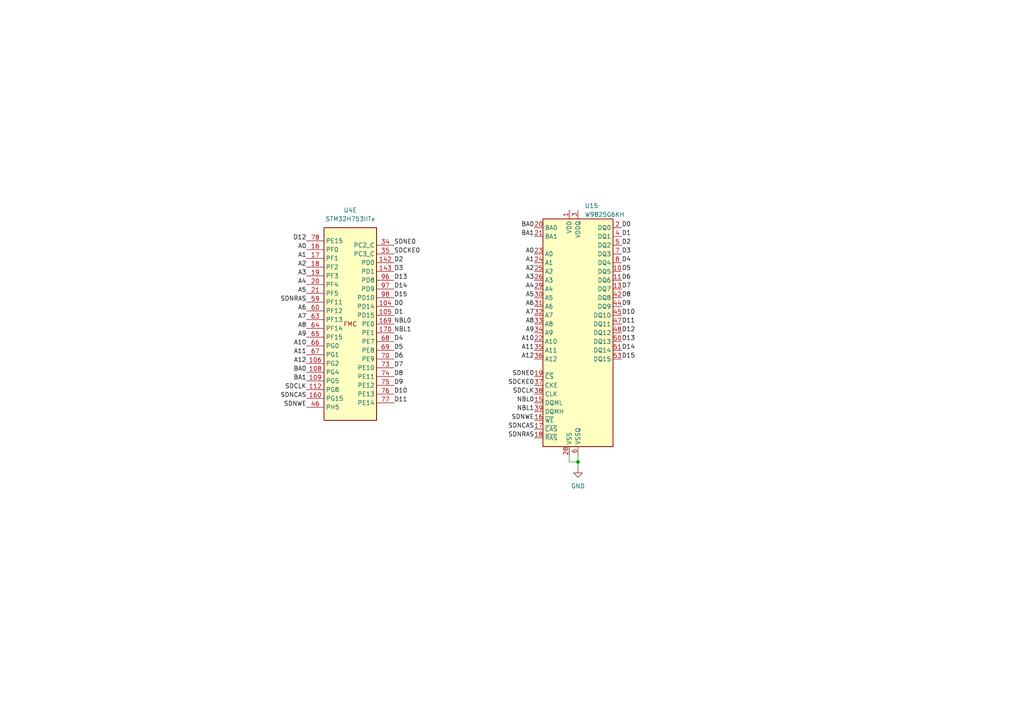
<source format=kicad_sch>
(kicad_sch (version 20231120) (generator "eeschema") (generator_version "8.0")
  (paper "A4")
  (lib_symbols
    (symbol "Memory_RAM:MT48LC16M16A2TG"
      (property "Reference" "U" (at -8.89 34.29 0))
      (property "Value" "MT48LC16M16A2TG" (at 8.89 34.29 0))
      (symbol "MT48LC16M16A2TG_0_1"
        (rectangle (start -10.16 33.02) (end 10.16 -33.02) (stroke (width 0.254)) (fill (type background)))
      )
      (symbol "MT48LC16M16A2TG_1_1"
        (pin power_in line (at -2.54 35.56 270) (length 2.54) (name "VDD") (number "1"))
        (pin bidirectional line (at 12.7 17.78 180) (length 2.54) (name "DQ5") (number "10"))
        (pin bidirectional line (at 12.7 15.24 180) (length 2.54) (name "DQ6") (number "11"))
        (pin passive line (at 0 -35.56 90) (length 2.54) hide (name "VSSQ") (number "12"))
        (pin bidirectional line (at 12.7 12.7 180) (length 2.54) (name "DQ7") (number "13"))
        (pin passive line (at -2.54 35.56 270) (length 2.54) hide (name "VDD") (number "14"))
        (pin input line (at -12.7 -20.32 0) (length 2.54) (name "DQML") (number "15"))
        (pin input line (at -12.7 -25.4 0) (length 2.54) (name "~{WE}") (number "16"))
        (pin input line (at -12.7 -27.94 0) (length 2.54) (name "~{CAS}") (number "17"))
        (pin input line (at -12.7 -30.48 0) (length 2.54) (name "~{RAS}") (number "18"))
        (pin input line (at -12.7 -12.7 0) (length 2.54) (name "~{CS}") (number "19"))
        (pin bidirectional line (at 12.7 30.48 180) (length 2.54) (name "DQ0") (number "2"))
        (pin input line (at -12.7 30.48 0) (length 2.54) (name "BA0") (number "20"))
        (pin input line (at -12.7 27.94 0) (length 2.54) (name "BA1") (number "21"))
        (pin input line (at -12.7 -2.54 0) (length 2.54) (name "A10") (number "22"))
        (pin input line (at -12.7 22.86 0) (length 2.54) (name "A0") (number "23"))
        (pin input line (at -12.7 20.32 0) (length 2.54) (name "A1") (number "24"))
        (pin input line (at -12.7 17.78 0) (length 2.54) (name "A2") (number "25"))
        (pin input line (at -12.7 15.24 0) (length 2.54) (name "A3") (number "26"))
        (pin passive line (at -2.54 35.56 270) (length 2.54) hide (name "VDD") (number "27"))
        (pin power_in line (at -2.54 -35.56 90) (length 2.54) (name "VSS") (number "28"))
        (pin input line (at -12.7 12.7 0) (length 2.54) (name "A4") (number "29"))
        (pin power_in line (at 0 35.56 270) (length 2.54) (name "VDDQ") (number "3"))
        (pin input line (at -12.7 10.16 0) (length 2.54) (name "A5") (number "30"))
        (pin input line (at -12.7 7.62 0) (length 2.54) (name "A6") (number "31"))
        (pin input line (at -12.7 5.08 0) (length 2.54) (name "A7") (number "32"))
        (pin input line (at -12.7 2.54 0) (length 2.54) (name "A8") (number "33"))
        (pin input line (at -12.7 0 0) (length 2.54) (name "A9") (number "34"))
        (pin input line (at -12.7 -5.08 0) (length 2.54) (name "A11") (number "35"))
        (pin input line (at -12.7 -7.62 0) (length 2.54) (name "A12") (number "36"))
        (pin input line (at -12.7 -15.24 0) (length 2.54) (name "CKE") (number "37"))
        (pin input line (at -12.7 -17.78 0) (length 2.54) (name "CLK") (number "38"))
        (pin input line (at -12.7 -22.86 0) (length 2.54) (name "DQMH") (number "39"))
        (pin bidirectional line (at 12.7 27.94 180) (length 2.54) (name "DQ1") (number "4"))
        (pin no_connect line (at 10.16 -20.32 180) (length 2.54) hide (name "NC") (number "40"))
        (pin passive line (at -2.54 -35.56 90) (length 2.54) hide (name "VSS") (number "41"))
        (pin bidirectional line (at 12.7 10.16 180) (length 2.54) (name "DQ8") (number "42"))
        (pin passive line (at 0 35.56 270) (length 2.54) hide (name "VDDQ") (number "43"))
        (pin bidirectional line (at 12.7 7.62 180) (length 2.54) (name "DQ9") (number "44"))
        (pin bidirectional line (at 12.7 5.08 180) (length 2.54) (name "DQ10") (number "45"))
        (pin passive line (at 0 -35.56 90) (length 2.54) hide (name "VSSQ") (number "46"))
        (pin bidirectional line (at 12.7 2.54 180) (length 2.54) (name "DQ11") (number "47"))
        (pin bidirectional line (at 12.7 0 180) (length 2.54) (name "DQ12") (number "48"))
        (pin passive line (at 0 35.56 270) (length 2.54) hide (name "VDDQ") (number "49"))
        (pin bidirectional line (at 12.7 25.4 180) (length 2.54) (name "DQ2") (number "5"))
        (pin bidirectional line (at 12.7 -2.54 180) (length 2.54) (name "DQ13") (number "50"))
        (pin bidirectional line (at 12.7 -5.08 180) (length 2.54) (name "DQ14") (number "51"))
        (pin passive line (at 0 -35.56 90) (length 2.54) hide (name "VSSQ") (number "52"))
        (pin bidirectional line (at 12.7 -7.62 180) (length 2.54) (name "DQ15") (number "53"))
        (pin passive line (at -2.54 -35.56 90) (length 2.54) hide (name "VSS") (number "54"))
        (pin power_in line (at 0 -35.56 90) (length 2.54) (name "VSSQ") (number "6"))
        (pin bidirectional line (at 12.7 22.86 180) (length 2.54) (name "DQ3") (number "7"))
        (pin bidirectional line (at 12.7 20.32 180) (length 2.54) (name "DQ4") (number "8"))
        (pin passive line (at 0 35.56 270) (length 2.54) hide (name "VDDQ") (number "9"))
      )
    )
    (symbol "charger:STM32H753IITx"
      (property "Reference" "U" (at -11.684 0.762 0))
      (property "Value" "STM32H753IITx" (at -23.114 -2.54 0))
      (symbol "STM32H753IITx_1_1"
        (rectangle (start 10.16 25.4) (end -10.16 -25.4) (stroke (width 0.254)) (fill (type background)))
        (pin passive line (at -15.24 1.27 0) (length 5.08) hide (name "VSS") (number "102"))
        (pin power_in line (at 15.24 -2.54 180) (length 5.08) (name "VDD") (number "103"))
        (pin passive line (at -15.24 1.27 0) (length 5.08) hide (name "VSS") (number "113"))
        (pin power_in line (at 15.24 -17.78 180) (length 5.08) (name "VDD33_USB") (number "114"))
        (pin passive line (at -15.24 1.27 0) (length 5.08) hide (name "VSS") (number "126"))
        (pin power_in line (at 15.24 -5.08 180) (length 5.08) (name "VDD") (number "127"))
        (pin passive line (at -15.24 1.27 0) (length 5.08) hide (name "VSS") (number "135"))
        (pin power_in line (at 15.24 -7.62 180) (length 5.08) (name "VDD") (number "136"))
        (pin power_in line (at -15.24 1.27 0) (length 5.08) (name "VSS") (number "14"))
        (pin passive line (at -15.24 1.27 0) (length 5.08) hide (name "VSS") (number "148"))
        (pin power_in line (at 15.24 -10.16 180) (length 5.08) (name "VDD") (number "149"))
        (pin power_in line (at 15.24 17.78 180) (length 5.08) (name "VDD") (number "15"))
        (pin passive line (at -15.24 1.27 0) (length 5.08) hide (name "VSS") (number "158"))
        (pin power_in line (at 15.24 -12.7 180) (length 5.08) (name "VDD") (number "159"))
        (pin power_in line (at 15.24 -15.24 180) (length 5.08) (name "VDD") (number "172"))
        (pin passive line (at -15.24 1.27 0) (length 5.08) hide (name "VSS") (number "22"))
        (pin power_in line (at 15.24 15.24 180) (length 5.08) (name "VDD") (number "23"))
        (pin power_in line (at 15.24 12.7 180) (length 5.08) (name "VDD") (number "36"))
        (pin power_in line (at -15.24 -1.27 0) (length 5.08) (name "VSSA") (number "37"))
        (pin power_in line (at 15.24 -20.32 180) (length 5.08) (name "VDDA") (number "39"))
        (pin passive line (at -15.24 1.27 0) (length 5.08) hide (name "VSS") (number "48"))
        (pin power_in line (at 15.24 10.16 180) (length 5.08) (name "VDD") (number "49"))
        (pin power_in line (at 15.24 20.32 180) (length 5.08) (name "VBAT") (number "6"))
        (pin passive line (at -15.24 1.27 0) (length 5.08) hide (name "VSS") (number "61"))
        (pin power_in line (at 15.24 7.62 180) (length 5.08) (name "VDD") (number "62"))
        (pin passive line (at -15.24 1.27 0) (length 5.08) hide (name "VSS") (number "71"))
        (pin power_in line (at 15.24 5.08 180) (length 5.08) (name "VDD") (number "72"))
        (pin power_in line (at 15.24 2.54 180) (length 5.08) (name "VDD") (number "82"))
        (pin passive line (at -15.24 1.27 0) (length 5.08) hide (name "VSS") (number "90"))
        (pin power_in line (at 15.24 0 180) (length 5.08) (name "VDD") (number "91"))
      )
      (symbol "STM32H753IITx_2_1"
        (rectangle (start -30.48 77.47) (end 30.48 -77.47) (stroke (width 0.254)) (fill (type background)))
        (pin bidirectional line (at 35.56 -71.12 180) (length 5.08) (name "PE2") (number "1"))
        (pin bidirectional line (at 35.56 -17.78 180) (length 5.08) (name "PC15") (number "10"))
        (pin bidirectional line (at 35.56 -53.34 180) (length 5.08) (name "PD12") (number "100"))
        (pin bidirectional line (at 35.56 -55.88 180) (length 5.08) (name "PD13") (number "101"))
        (pin bidirectional line (at -35.56 2.54 0) (length 5.08) (name "PG3") (number "107"))
        (pin bidirectional line (at 35.56 5.08 180) (length 5.08) (name "PC6") (number "115"))
        (pin bidirectional line (at 35.56 2.54 180) (length 5.08) (name "PC7") (number "116"))
        (pin bidirectional line (at 35.56 0 180) (length 5.08) (name "PC8") (number "117"))
        (pin bidirectional line (at -35.56 15.24 0) (length 5.08) (name "PH15") (number "130"))
        (pin bidirectional line (at -35.56 69.85 0) (length 5.08) (name "PI0") (number "131"))
        (pin bidirectional line (at -35.56 67.31 0) (length 5.08) (name "PI1") (number "132"))
        (pin bidirectional line (at -35.56 62.23 0) (length 5.08) (name "PI3") (number "134"))
        (pin bidirectional line (at 35.56 40.64 180) (length 5.08) (name "PA15") (number "138"))
        (pin bidirectional line (at 35.56 -5.08 180) (length 5.08) (name "PC10") (number "139"))
        (pin bidirectional line (at 35.56 -7.62 180) (length 5.08) (name "PC11") (number "140"))
        (pin bidirectional line (at 35.56 -30.48 180) (length 5.08) (name "PD3") (number "145"))
        (pin bidirectional line (at 35.56 -33.02 180) (length 5.08) (name "PD4") (number "146"))
        (pin bidirectional line (at 35.56 -40.64 180) (length 5.08) (name "PD7") (number "151"))
        (pin bidirectional line (at -35.56 -12.7 0) (length 5.08) (name "PG9") (number "152"))
        (pin bidirectional line (at -35.56 -15.24 0) (length 5.08) (name "PG10") (number "153"))
        (pin bidirectional line (at -35.56 -17.78 0) (length 5.08) (name "PG11") (number "154"))
        (pin bidirectional line (at -35.56 -22.86 0) (length 5.08) (name "PG13") (number "156"))
        (pin bidirectional line (at -35.56 -25.4 0) (length 5.08) (name "PG14") (number "157"))
        (pin bidirectional line (at 35.56 25.4 180) (length 5.08) (name "PB4") (number "162"))
        (pin bidirectional line (at 35.56 22.86 180) (length 5.08) (name "PB5") (number "163"))
        (pin bidirectional line (at 35.56 20.32 180) (length 5.08) (name "PB6") (number "164"))
        (pin bidirectional line (at 35.56 17.78 180) (length 5.08) (name "PB7") (number "165"))
        (pin bidirectional line (at -35.56 54.61 0) (length 5.08) (name "PI6") (number "175"))
        (pin bidirectional line (at -35.56 52.07 0) (length 5.08) (name "PI7") (number "176"))
        (pin bidirectional line (at 35.56 -73.66 180) (length 5.08) (name "PE3") (number "2"))
        (pin bidirectional line (at -35.56 -48.26 0) (length 5.08) (name "PF6") (number "24"))
        (pin bidirectional line (at -35.56 -50.8 0) (length 5.08) (name "PF7") (number "25"))
        (pin bidirectional line (at -35.56 -53.34 0) (length 5.08) (name "PF8") (number "26"))
        (pin bidirectional line (at -35.56 -55.88 0) (length 5.08) (name "PF9") (number "27"))
        (pin bidirectional line (at -35.56 46.99 0) (length 5.08) (name "PH0") (number "29"))
        (pin bidirectional line (at -35.56 44.45 0) (length 5.08) (name "PH1") (number "30"))
        (pin bidirectional line (at 35.56 30.48 180) (length 5.08) (name "PB2") (number "58"))
        (pin bidirectional line (at -35.56 49.53 0) (length 5.08) (name "PI8") (number "7"))
        (pin bidirectional line (at 35.56 -12.7 180) (length 5.08) (name "PC13") (number "8"))
        (pin bidirectional line (at -35.56 38.1 0) (length 5.08) (name "PH6") (number "83"))
        (pin bidirectional line (at -35.56 35.56 0) (length 5.08) (name "PH7") (number "84"))
        (pin bidirectional line (at -35.56 30.48 0) (length 5.08) (name "PH9") (number "86"))
        (pin bidirectional line (at -35.56 27.94 0) (length 5.08) (name "PH10") (number "87"))
        (pin bidirectional line (at -35.56 25.4 0) (length 5.08) (name "PH11") (number "88"))
        (pin bidirectional line (at -35.56 22.86 0) (length 5.08) (name "PH12") (number "89"))
        (pin bidirectional line (at 35.56 -15.24 180) (length 5.08) (name "PC14") (number "9"))
        (pin bidirectional line (at 35.56 7.62 180) (length 5.08) (name "PB15") (number "95"))
        (pin bidirectional line (at 35.56 -50.8 180) (length 5.08) (name "PD11") (number "99"))
      )
      (symbol "STM32H753IITx_3_1"
        (rectangle (start -6.35 38.1) (end 6.35 -38.1) (stroke (width 0.254)) (fill (type background)))
        (text "LTDC" (at -2.54 0 0) (effects (font (size 1.27 1.27))))
        (pin bidirectional line (at 11.43 -3.81 180) (length 5.08) (name "PG6") (number "110"))
        (pin bidirectional line (at 11.43 -6.35 180) (length 5.08) (name "PG7") (number "111"))
        (pin bidirectional line (at 11.43 8.89 180) (length 5.08) (name "PC9") (number "118"))
        (pin bidirectional line (at 11.43 26.67 180) (length 5.08) (name "PA8") (number "119"))
        (pin bidirectional line (at 11.43 -31.75 180) (length 5.08) (name "PI10") (number "12"))
        (pin bidirectional line (at 11.43 -21.59 180) (length 5.08) (name "PH14") (number "129"))
        (pin bidirectional line (at 11.43 -34.29 180) (length 5.08) (name "PI11") (number "13"))
        (pin bidirectional line (at 11.43 -24.13 180) (length 5.08) (name "PI2") (number "133"))
        (pin bidirectional line (at 11.43 -8.89 180) (length 5.08) (name "PG12") (number "155"))
        (pin bidirectional line (at 11.43 19.05 180) (length 5.08) (name "PB8") (number "167"))
        (pin bidirectional line (at 11.43 16.51 180) (length 5.08) (name "PB9") (number "168"))
        (pin bidirectional line (at 11.43 -26.67 180) (length 5.08) (name "PI4") (number "173"))
        (pin bidirectional line (at 11.43 -29.21 180) (length 5.08) (name "PI5") (number "174"))
        (pin bidirectional line (at 11.43 -1.27 180) (length 5.08) (name "PF10") (number "28"))
        (pin bidirectional line (at 11.43 6.35 180) (length 5.08) (name "PE4") (number "3"))
        (pin bidirectional line (at 11.43 11.43 180) (length 5.08) (name "PC0") (number "32"))
        (pin bidirectional line (at 11.43 3.81 180) (length 5.08) (name "PE5") (number "4"))
        (pin bidirectional line (at 11.43 -11.43 180) (length 5.08) (name "PH2") (number "43"))
        (pin bidirectional line (at 11.43 -13.97 180) (length 5.08) (name "PH3") (number "44"))
        (pin bidirectional line (at 11.43 -16.51 180) (length 5.08) (name "PH4") (number "45"))
        (pin bidirectional line (at 11.43 1.27 180) (length 5.08) (name "PE6") (number "5"))
        (pin bidirectional line (at 11.43 34.29 180) (length 5.08) (name "PA4") (number "50"))
        (pin bidirectional line (at 11.43 31.75 180) (length 5.08) (name "PA5") (number "51"))
        (pin bidirectional line (at 11.43 29.21 180) (length 5.08) (name "PA6") (number "52"))
        (pin bidirectional line (at 11.43 24.13 180) (length 5.08) (name "PB0") (number "56"))
        (pin bidirectional line (at 11.43 21.59 180) (length 5.08) (name "PB1") (number "57"))
        (pin bidirectional line (at 11.43 13.97 180) (length 5.08) (name "PB10") (number "79"))
        (pin bidirectional line (at 11.43 -19.05 180) (length 5.08) (name "PH8") (number "85"))
      )
      (symbol "STM32H753IITx_4_1"
        (rectangle (start -6.35 12.7) (end 6.35 -12.7) (stroke (width 0.254)) (fill (type background)))
        (text "ETH" (at -2.032 0 0) (effects (font (size 1.27 1.27))))
        (pin bidirectional line (at 11.43 -5.08 180) (length 5.08) (name "PC1") (number "33"))
        (pin bidirectional line (at 11.43 10.16 180) (length 5.08) (name "PA1") (number "41"))
        (pin bidirectional line (at 11.43 7.62 180) (length 5.08) (name "PA2") (number "42"))
        (pin bidirectional line (at 11.43 5.08 180) (length 5.08) (name "PA7") (number "53"))
        (pin bidirectional line (at 11.43 -7.62 180) (length 5.08) (name "PC4") (number "54"))
        (pin bidirectional line (at 11.43 -10.16 180) (length 5.08) (name "PC5") (number "55"))
        (pin bidirectional line (at 11.43 2.54 180) (length 5.08) (name "PB11") (number "80"))
        (pin bidirectional line (at 11.43 0 180) (length 5.08) (name "PB12") (number "92"))
        (pin bidirectional line (at 11.43 -2.54 180) (length 5.08) (name "PB13") (number "93"))
      )
      (symbol "STM32H753IITx_5_1"
        (rectangle (start -7.62 27.94) (end 7.62 -27.94) (stroke (width 0.254)) (fill (type background)))
        (text "FMC" (at 0 0 0) (effects (font (size 1.27 1.27))))
        (pin bidirectional line (at 12.7 5.08 180) (length 5.08) (name "PD14") (number "104"))
        (pin bidirectional line (at 12.7 2.54 180) (length 5.08) (name "PD15") (number "105"))
        (pin bidirectional line (at -12.7 -11.43 0) (length 5.08) (name "PG2") (number "106"))
        (pin bidirectional line (at -12.7 -13.97 0) (length 5.08) (name "PG4") (number "108"))
        (pin bidirectional line (at -12.7 -16.51 0) (length 5.08) (name "PG5") (number "109"))
        (pin bidirectional line (at -12.7 -19.05 0) (length 5.08) (name "PG8") (number "112"))
        (pin bidirectional line (at 12.7 17.78 180) (length 5.08) (name "PD0") (number "142"))
        (pin bidirectional line (at 12.7 15.24 180) (length 5.08) (name "PD1") (number "143"))
        (pin bidirectional line (at -12.7 21.59 0) (length 5.08) (name "PF0") (number "16"))
        (pin bidirectional line (at -12.7 -21.59 0) (length 5.08) (name "PG15") (number "160"))
        (pin bidirectional line (at 12.7 0 180) (length 5.08) (name "PE0") (number "169"))
        (pin bidirectional line (at -12.7 19.05 0) (length 5.08) (name "PF1") (number "17"))
        (pin bidirectional line (at 12.7 -2.54 180) (length 5.08) (name "PE1") (number "170"))
        (pin bidirectional line (at -12.7 16.51 0) (length 5.08) (name "PF2") (number "18"))
        (pin bidirectional line (at -12.7 13.97 0) (length 5.08) (name "PF3") (number "19"))
        (pin bidirectional line (at -12.7 11.43 0) (length 5.08) (name "PF4") (number "20"))
        (pin bidirectional line (at -12.7 8.89 0) (length 5.08) (name "PF5") (number "21"))
        (pin bidirectional line (at 12.7 22.86 180) (length 5.08) (name "PC2_C") (number "34"))
        (pin bidirectional line (at 12.7 20.32 180) (length 5.08) (name "PC3_C") (number "35"))
        (pin bidirectional line (at -12.7 -24.13 0) (length 5.08) (name "PH5") (number "46"))
        (pin bidirectional line (at -12.7 6.35 0) (length 5.08) (name "PF11") (number "59"))
        (pin bidirectional line (at -12.7 3.81 0) (length 5.08) (name "PF12") (number "60"))
        (pin bidirectional line (at -12.7 1.27 0) (length 5.08) (name "PF13") (number "63"))
        (pin bidirectional line (at -12.7 -1.27 0) (length 5.08) (name "PF14") (number "64"))
        (pin bidirectional line (at -12.7 -3.81 0) (length 5.08) (name "PF15") (number "65"))
        (pin bidirectional line (at -12.7 -6.35 0) (length 5.08) (name "PG0") (number "66"))
        (pin bidirectional line (at -12.7 -8.89 0) (length 5.08) (name "PG1") (number "67"))
        (pin bidirectional line (at 12.7 -5.08 180) (length 5.08) (name "PE7") (number "68"))
        (pin bidirectional line (at 12.7 -7.62 180) (length 5.08) (name "PE8") (number "69"))
        (pin bidirectional line (at 12.7 -10.16 180) (length 5.08) (name "PE9") (number "70"))
        (pin bidirectional line (at 12.7 -12.7 180) (length 5.08) (name "PE10") (number "73"))
        (pin bidirectional line (at 12.7 -15.24 180) (length 5.08) (name "PE11") (number "74"))
        (pin bidirectional line (at 12.7 -17.78 180) (length 5.08) (name "PE12") (number "75"))
        (pin bidirectional line (at 12.7 -20.32 180) (length 5.08) (name "PE13") (number "76"))
        (pin bidirectional line (at 12.7 -22.86 180) (length 5.08) (name "PE14") (number "77"))
        (pin bidirectional line (at -12.7 24.13 0) (length 5.08) (name "PE15") (number "78"))
        (pin bidirectional line (at 12.7 12.7 180) (length 5.08) (name "PD8") (number "96"))
        (pin bidirectional line (at 12.7 10.16 180) (length 5.08) (name "PD9") (number "97"))
        (pin bidirectional line (at 12.7 7.62 180) (length 5.08) (name "PD10") (number "98"))
      )
      (symbol "STM32H753IITx_6_1"
        (rectangle (start -7.62 15.24) (end 7.62 -15.24) (stroke (width 0.254)) (fill (type background)))
        (pin bidirectional line (at 12.7 -6.35 180) (length 5.08) (name "PA13") (number "124"))
        (pin power_out line (at 12.7 1.27 180) (length 5.08) (name "VCAP") (number "125"))
        (pin bidirectional line (at 12.7 -8.89 180) (length 5.08) (name "PA14") (number "137"))
        (pin bidirectional line (at 12.7 -11.43 180) (length 5.08) (name "PB3") (number "161"))
        (pin input line (at 12.7 6.35 180) (length 5.08) (name "BOOT0") (number "166"))
        (pin input line (at 12.7 11.43 180) (length 5.08) (name "PDR_ON") (number "171"))
        (pin input line (at 12.7 3.81 180) (length 5.08) (name "NRST") (number "31"))
        (pin input line (at 12.7 8.89 180) (length 5.08) (name "VREF+") (number "38"))
        (pin power_out line (at 12.7 -1.27 180) (length 5.08) (name "VCAP") (number "81"))
      )
      (symbol "STM32H753IITx_7_1"
        (rectangle (start -7.62 24.13) (end 7.62 -24.13) (stroke (width 0.254)) (fill (type background)))
        (text "CAN" (at -2.54 6.096 0) (effects (font (size 1.27 1.27))))
        (text "SDMMC" (at -2.54 -2.54 0) (effects (font (size 1.27 1.27))))
        (text "UART" (at -2.54 -11.43 0) (effects (font (size 1.27 1.27))))
        (text "USART" (at -2.54 -19.05 0) (effects (font (size 1.27 1.27))))
        (text "USB" (at -2.54 16.51 0) (effects (font (size 1.27 1.27))))
        (pin bidirectional line (at 12.7 5.08 180) (length 5.08) (name "PI9") (number "11"))
        (pin bidirectional line (at 12.7 20.32 180) (length 5.08) (name "PA9") (number "120"))
        (pin bidirectional line (at 12.7 17.78 180) (length 5.08) (name "PA10") (number "121"))
        (pin bidirectional line (at 12.7 15.24 180) (length 5.08) (name "PA11") (number "122"))
        (pin bidirectional line (at 12.7 12.7 180) (length 5.08) (name "PA12") (number "123"))
        (pin bidirectional line (at 12.7 7.62 180) (length 5.08) (name "PH13") (number "128"))
        (pin bidirectional line (at 12.7 -10.16 180) (length 5.08) (name "PC12") (number "141"))
        (pin bidirectional line (at 12.7 -12.7 180) (length 5.08) (name "PD2") (number "144"))
        (pin bidirectional line (at 12.7 -20.32 180) (length 5.08) (name "PD5") (number "147"))
        (pin bidirectional line (at 12.7 -5.08 180) (length 5.08) (name "PD6") (number "150"))
        (pin bidirectional line (at 12.7 0 180) (length 5.08) (name "PA0") (number "40"))
        (pin bidirectional line (at 12.7 -17.78 180) (length 5.08) (name "PA3") (number "47"))
        (pin bidirectional line (at 12.7 -2.54 180) (length 5.08) (name "PB14") (number "94"))
      )
    )
    (symbol "power:GND" (power) (pin_numbers hide) (pin_names (offset 0) hide)
      (property "Value" "GND" (at 0 -3.81 0))
      (symbol "GND_0_1"
        (polyline (pts (xy 0 0) (xy 0 -1.27) (xy 1.27 -1.27) (xy 0 -2.54) (xy -1.27 -1.27) (xy 0 -1.27)))
      )
      (symbol "GND_1_1"
        (pin power_in line (at 0 0 270) (length 0) (name "~") (number "1"))
      )
    )
  )
  (junction (at 167.64 133.985))
  (wire (pts (xy 167.64 133.985) (xy 167.64 135.89)))
  (wire (pts (xy 167.64 132.08) (xy 167.64 133.985)))
  (wire (pts (xy 165.1 132.08) (xy 165.1 133.985)))
  (wire (pts (xy 165.1 133.985) (xy 167.64 133.985)))
  (label "D12" (at 88.9 69.85 180))
  (label "D1" (at 114.3 91.44 0))
  (label "A5" (at 88.9 85.09 180))
  (label "A6" (at 88.9 90.17 180))
  (label "SDCKE0" (at 154.94 111.76 180))
  (label "D7" (at 180.34 83.82 0))
  (label "D9" (at 114.3 111.76 0))
  (label "SDCLK" (at 88.9 113.03 180))
  (label "SDNCAS" (at 88.9 115.57 180))
  (label "A2" (at 88.9 77.47 180))
  (label "A3" (at 88.9 80.01 180))
  (label "A0" (at 88.9 72.39 180))
  (label "A11" (at 88.9 102.87 180))
  (label "D3" (at 114.3 78.74 0))
  (label "NBL1" (at 114.3 96.52 0))
  (label "SDNE0" (at 114.3 71.12 0))
  (label "D6" (at 114.3 104.14 0))
  (label "D8" (at 180.34 86.36 0))
  (label "NBL1" (at 154.94 119.38 180))
  (label "A5" (at 154.94 86.36 180))
  (label "SDCKE0" (at 114.3 73.66 0))
  (label "D15" (at 114.3 86.36 0))
  (label "A10" (at 154.94 99.06 180))
  (label "SDNCAS" (at 154.94 124.46 180))
  (label "SDNWE" (at 88.9 118.11 180))
  (label "D12" (at 180.34 96.52 0))
  (label "A8" (at 88.9 95.25 180))
  (label "A12" (at 88.9 105.41 180))
  (label "D5" (at 114.3 101.6 0))
  (label "A10" (at 88.9 100.33 180))
  (label "A12" (at 154.94 104.14 180))
  (label "BA0" (at 154.94 66.04 180))
  (label "A7" (at 154.94 91.44 180))
  (label "D2" (at 180.34 71.12 0))
  (label "NBL0" (at 154.94 116.84 180))
  (label "D4" (at 180.34 76.2 0))
  (label "D14" (at 114.3 83.82 0))
  (label "A6" (at 154.94 88.9 180))
  (label "D6" (at 180.34 81.28 0))
  (label "BA0" (at 88.9 107.95 180))
  (label "A9" (at 88.9 97.79 180))
  (label "D9" (at 180.34 88.9 0))
  (label "A11" (at 154.94 101.6 180))
  (label "D0" (at 114.3 88.9 0))
  (label "D15" (at 180.34 104.14 0))
  (label "D0" (at 180.34 66.04 0))
  (label "D2" (at 114.3 76.2 0))
  (label "SDCLK" (at 154.94 114.3 180))
  (label "A3" (at 154.94 81.28 180))
  (label "D11" (at 114.3 116.84 0))
  (label "D14" (at 180.34 101.6 0))
  (label "D13" (at 114.3 81.28 0))
  (label "A4" (at 88.9 82.55 180))
  (label "D5" (at 180.34 78.74 0))
  (label "SDNRAS" (at 88.9 87.63 180))
  (label "A2" (at 154.94 78.74 180))
  (label "D7" (at 114.3 106.68 0))
  (label "D11" (at 180.34 93.98 0))
  (label "D13" (at 180.34 99.06 0))
  (label "D3" (at 180.34 73.66 0))
  (label "A1" (at 88.9 74.93 180))
  (label "D10" (at 114.3 114.3 0))
  (label "BA1" (at 154.94 68.58 180))
  (label "D8" (at 114.3 109.22 0))
  (label "A0" (at 154.94 73.66 180))
  (label "A7" (at 88.9 92.71 180))
  (label "A9" (at 154.94 96.52 180))
  (label "A8" (at 154.94 93.98 180))
  (label "D1" (at 180.34 68.58 0))
  (label "SDNWE" (at 154.94 121.92 180))
  (label "D4" (at 114.3 99.06 0))
  (label "A1" (at 154.94 76.2 180))
  (label "SDNE0" (at 154.94 109.22 180))
  (label "SDNRAS" (at 154.94 127 180))
  (label "D10" (at 180.34 91.44 0))
  (label "NBL0" (at 114.3 93.98 0))
  (label "BA1" (at 88.9 110.49 180))
  (label "A4" (at 154.94 83.82 180))
  (symbol (lib_id "power:GND") (at 167.64 135.89 0) (unit 1)
    (property "Reference" "#PWR0139" (effects (hide yes)))
    (property "Value" "GND" (at 167.64 140.97 0))
    (property "Description" "Power symbol creates a global label with name \"GND\" , ground" (effects (hide yes)))
  )
  (symbol (lib_id "Memory_RAM:MT48LC16M16A2TG") (at 167.64 96.52 0) (unit 1)
    (property "Reference" "U15" (at 169.5959 59.69 0) (effects (justify left)))
    (property "Value" "W9825G6KH" (at 169.5959 62.23 0) (effects (justify left)))
    (property "Footprint" "Package_SO:TSOP-II-54_22.2x10.16mm_P0.8mm" (effects (hide yes)))
    (property "Datasheet" "https://www.winbond.com/resource-files/w9825g6kh_a04.pdf" (effects (hide yes)))
    (property "Description" "256M – (16M x 16 bit) Synchronous DRAM (SDRAM), TSOP-II-54" (effects (hide yes)))
  )
  (symbol (lib_id "charger:STM32H753IITx") (at 101.6 93.98 0) (unit 5)
    (property "Reference" "U4" (at 101.6 60.96 0))
    (property "Value" "STM32H753IITx" (at 101.6 63.5 0))
    (property "Footprint" "Package_QFP:LQFP-176_24x24mm_P0.5mm" (effects (hide yes)))
    (property "Datasheet" "https://www.st.com/resource/en/datasheet/stm32h753ii.pdf" (effects (hide yes)))
    (property "Description" "STMicroelectronics Arm Cortex-M7 MCU, 2048KB flash, 1024KB RAM, 480 MHz, 1.62-3.6V, 140 GPIO, LQFP176" (effects (hide yes)))
  )
)
</source>
